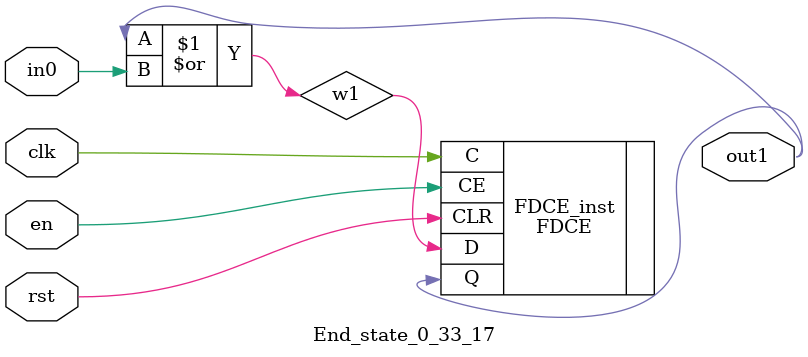
<source format=v>
module engine_0_33(out,clk,sod,en, in_92, in_0, in_1, in_3, in_4, in_9, in_15, in_17, in_18, in_19, in_22, in_30);
//pcre: /^Conectado\s+Yeah\!/smi
//block char: \x21[8], ^[9], \x20[8], N[0], O[0], H[0], a[0], e[0], c[0], d[0], y[0], t[0], 

	input clk,sod,en;

	input in_92, in_0, in_1, in_3, in_4, in_9, in_15, in_17, in_18, in_19, in_22, in_30;
	output out;

	assign w0 = 1'b1;
	state_0_33_1 BlockState_0_33_1 (w1,in_0,clk,en,sod,w0);
	state_0_33_2 BlockState_0_33_2 (w2,in_18,clk,en,sod,w1);
	state_0_33_3 BlockState_0_33_3 (w3,in_4,clk,en,sod,w2);
	state_0_33_4 BlockState_0_33_4 (w4,in_3,clk,en,sod,w3);
	state_0_33_5 BlockState_0_33_5 (w5,in_17,clk,en,sod,w4);
	state_0_33_6 BlockState_0_33_6 (w6,in_18,clk,en,sod,w5);
	state_0_33_7 BlockState_0_33_7 (w7,in_30,clk,en,sod,w6);
	state_0_33_8 BlockState_0_33_8 (w8,in_15,clk,en,sod,w7);
	state_0_33_9 BlockState_0_33_9 (w9,in_19,clk,en,sod,w8);
	state_0_33_10 BlockState_0_33_10 (w10,in_4,clk,en,sod,w9);
	state_0_33_11 BlockState_0_33_11 (w11,in_1,clk,en,sod,w11,w10);
	state_0_33_12 BlockState_0_33_12 (w12,in_22,clk,en,sod,w11);
	state_0_33_13 BlockState_0_33_13 (w13,in_17,clk,en,sod,w12);
	state_0_33_14 BlockState_0_33_14 (w14,in_15,clk,en,sod,w13);
	state_0_33_15 BlockState_0_33_15 (w15,in_9,clk,en,sod,w14);
	state_0_33_16 BlockState_0_33_16 (w16,in_92,clk,en,sod,w15);
	End_state_0_33_17 BlockState_0_33_17 (out,clk,en,sod,w16);
endmodule

module state_0_33_1(out1,in_char,clk,en,rst,in0);
	input in_char,clk,en,rst,in0;
	output out1;
	wire w1,w2;
	assign w1 = in0; 
	and(w2,in_char,w1);
	FDCE #(.INIT(1'b0)) FDCE_inst (
		.Q(out1),
		.C(clk),
		.CE(en),
		.CLR(rst),
		.D(w2)
);
endmodule

module state_0_33_2(out1,in_char,clk,en,rst,in0);
	input in_char,clk,en,rst,in0;
	output out1;
	wire w1,w2;
	assign w1 = in0; 
	and(w2,in_char,w1);
	FDCE #(.INIT(1'b0)) FDCE_inst (
		.Q(out1),
		.C(clk),
		.CE(en),
		.CLR(rst),
		.D(w2)
);
endmodule

module state_0_33_3(out1,in_char,clk,en,rst,in0);
	input in_char,clk,en,rst,in0;
	output out1;
	wire w1,w2;
	assign w1 = in0; 
	and(w2,in_char,w1);
	FDCE #(.INIT(1'b0)) FDCE_inst (
		.Q(out1),
		.C(clk),
		.CE(en),
		.CLR(rst),
		.D(w2)
);
endmodule

module state_0_33_4(out1,in_char,clk,en,rst,in0);
	input in_char,clk,en,rst,in0;
	output out1;
	wire w1,w2;
	assign w1 = in0; 
	and(w2,in_char,w1);
	FDCE #(.INIT(1'b0)) FDCE_inst (
		.Q(out1),
		.C(clk),
		.CE(en),
		.CLR(rst),
		.D(w2)
);
endmodule

module state_0_33_5(out1,in_char,clk,en,rst,in0);
	input in_char,clk,en,rst,in0;
	output out1;
	wire w1,w2;
	assign w1 = in0; 
	and(w2,in_char,w1);
	FDCE #(.INIT(1'b0)) FDCE_inst (
		.Q(out1),
		.C(clk),
		.CE(en),
		.CLR(rst),
		.D(w2)
);
endmodule

module state_0_33_6(out1,in_char,clk,en,rst,in0);
	input in_char,clk,en,rst,in0;
	output out1;
	wire w1,w2;
	assign w1 = in0; 
	and(w2,in_char,w1);
	FDCE #(.INIT(1'b0)) FDCE_inst (
		.Q(out1),
		.C(clk),
		.CE(en),
		.CLR(rst),
		.D(w2)
);
endmodule

module state_0_33_7(out1,in_char,clk,en,rst,in0);
	input in_char,clk,en,rst,in0;
	output out1;
	wire w1,w2;
	assign w1 = in0; 
	and(w2,in_char,w1);
	FDCE #(.INIT(1'b0)) FDCE_inst (
		.Q(out1),
		.C(clk),
		.CE(en),
		.CLR(rst),
		.D(w2)
);
endmodule

module state_0_33_8(out1,in_char,clk,en,rst,in0);
	input in_char,clk,en,rst,in0;
	output out1;
	wire w1,w2;
	assign w1 = in0; 
	and(w2,in_char,w1);
	FDCE #(.INIT(1'b0)) FDCE_inst (
		.Q(out1),
		.C(clk),
		.CE(en),
		.CLR(rst),
		.D(w2)
);
endmodule

module state_0_33_9(out1,in_char,clk,en,rst,in0);
	input in_char,clk,en,rst,in0;
	output out1;
	wire w1,w2;
	assign w1 = in0; 
	and(w2,in_char,w1);
	FDCE #(.INIT(1'b0)) FDCE_inst (
		.Q(out1),
		.C(clk),
		.CE(en),
		.CLR(rst),
		.D(w2)
);
endmodule

module state_0_33_10(out1,in_char,clk,en,rst,in0);
	input in_char,clk,en,rst,in0;
	output out1;
	wire w1,w2;
	assign w1 = in0; 
	and(w2,in_char,w1);
	FDCE #(.INIT(1'b0)) FDCE_inst (
		.Q(out1),
		.C(clk),
		.CE(en),
		.CLR(rst),
		.D(w2)
);
endmodule

module state_0_33_11(out1,in_char,clk,en,rst,in0,in1);
	input in_char,clk,en,rst,in0,in1;
	output out1;
	wire w1,w2;
	or(w1,in0,in1);
	and(w2,in_char,w1);
	FDCE #(.INIT(1'b0)) FDCE_inst (
		.Q(out1),
		.C(clk),
		.CE(en),
		.CLR(rst),
		.D(w2)
);
endmodule

module state_0_33_12(out1,in_char,clk,en,rst,in0);
	input in_char,clk,en,rst,in0;
	output out1;
	wire w1,w2;
	assign w1 = in0; 
	and(w2,in_char,w1);
	FDCE #(.INIT(1'b0)) FDCE_inst (
		.Q(out1),
		.C(clk),
		.CE(en),
		.CLR(rst),
		.D(w2)
);
endmodule

module state_0_33_13(out1,in_char,clk,en,rst,in0);
	input in_char,clk,en,rst,in0;
	output out1;
	wire w1,w2;
	assign w1 = in0; 
	and(w2,in_char,w1);
	FDCE #(.INIT(1'b0)) FDCE_inst (
		.Q(out1),
		.C(clk),
		.CE(en),
		.CLR(rst),
		.D(w2)
);
endmodule

module state_0_33_14(out1,in_char,clk,en,rst,in0);
	input in_char,clk,en,rst,in0;
	output out1;
	wire w1,w2;
	assign w1 = in0; 
	and(w2,in_char,w1);
	FDCE #(.INIT(1'b0)) FDCE_inst (
		.Q(out1),
		.C(clk),
		.CE(en),
		.CLR(rst),
		.D(w2)
);
endmodule

module state_0_33_15(out1,in_char,clk,en,rst,in0);
	input in_char,clk,en,rst,in0;
	output out1;
	wire w1,w2;
	assign w1 = in0; 
	and(w2,in_char,w1);
	FDCE #(.INIT(1'b0)) FDCE_inst (
		.Q(out1),
		.C(clk),
		.CE(en),
		.CLR(rst),
		.D(w2)
);
endmodule

module state_0_33_16(out1,in_char,clk,en,rst,in0);
	input in_char,clk,en,rst,in0;
	output out1;
	wire w1,w2;
	assign w1 = in0; 
	and(w2,in_char,w1);
	FDCE #(.INIT(1'b0)) FDCE_inst (
		.Q(out1),
		.C(clk),
		.CE(en),
		.CLR(rst),
		.D(w2)
);
endmodule

module End_state_0_33_17(out1,clk,en,rst,in0);
	input clk,rst,en,in0;
	output out1;
	wire w1;
	or(w1,out1,in0);
	FDCE #(.INIT(1'b0)) FDCE_inst (
		.Q(out1),
		.C(clk),
		.CE(en),
		.CLR(rst),
		.D(w1)
);
endmodule


</source>
